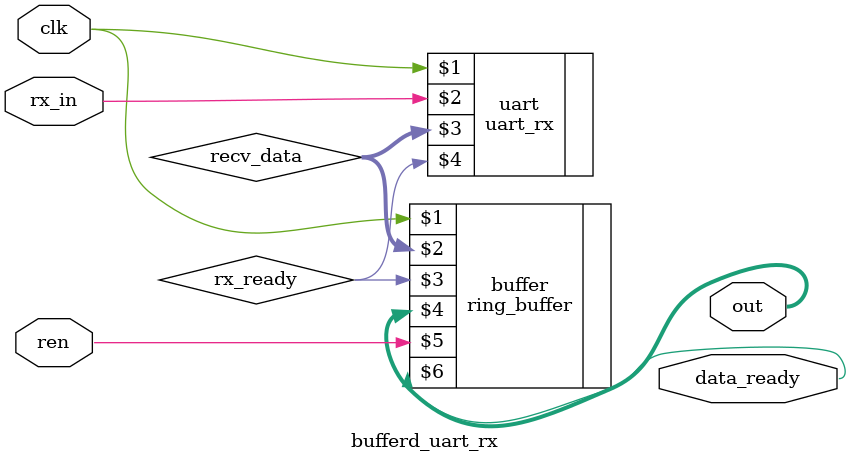
<source format=v>
module bufferd_uart_rx(clk,rx_in,ren,out,data_ready);

input clk,rx_in,ren;
output [7:0] out;
output data_ready;

wire rx_ready;
wire [7:0] recv_data;

uart_rx uart(clk,rx_in,recv_data,rx_ready);
ring_buffer buffer(clk,recv_data,rx_ready,out,ren,data_ready);

endmodule

</source>
